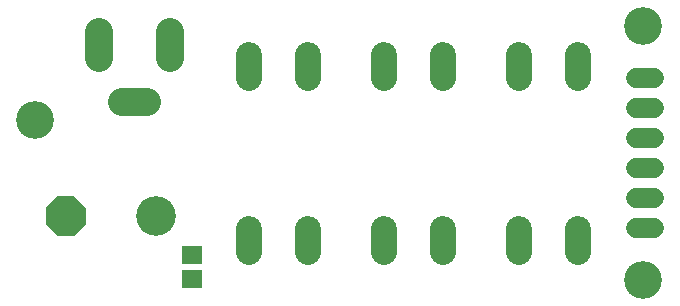
<source format=gbr>
G04 EAGLE Gerber RS-274X export*
G75*
%MOMM*%
%FSLAX34Y34*%
%LPD*%
%INSoldermask Bottom*%
%IPPOS*%
%AMOC8*
5,1,8,0,0,1.08239X$1,22.5*%
G01*
%ADD10C,3.203200*%
%ADD11P,3.629037X8X202.500000*%
%ADD12C,3.352800*%
%ADD13R,1.803200X1.503200*%
%ADD14C,2.387600*%
%ADD15C,2.184400*%
%ADD16C,1.727200*%


D10*
X25000Y165100D03*
X540000Y245000D03*
X540000Y30000D03*
D11*
X50800Y83820D03*
D12*
X127000Y83820D03*
D13*
X157480Y50640D03*
X157480Y30640D03*
D14*
X120142Y180600D02*
X98298Y180600D01*
X79220Y217678D02*
X79220Y239522D01*
X139220Y239522D02*
X139220Y217678D01*
D15*
X256286Y73406D02*
X256286Y53594D01*
X206248Y53594D02*
X206248Y73406D01*
X370586Y73406D02*
X370586Y53594D01*
X320548Y53594D02*
X320548Y73406D01*
X484886Y73406D02*
X484886Y53594D01*
X434848Y53594D02*
X434848Y73406D01*
X205994Y200914D02*
X205994Y220726D01*
X256032Y220726D02*
X256032Y200914D01*
X320294Y200914D02*
X320294Y220726D01*
X370332Y220726D02*
X370332Y200914D01*
X434594Y200914D02*
X434594Y220726D01*
X484632Y220726D02*
X484632Y200914D01*
D16*
X533400Y73660D02*
X548640Y73660D01*
X548640Y99060D02*
X533400Y99060D01*
X533400Y124460D02*
X548640Y124460D01*
X548640Y149860D02*
X533400Y149860D01*
X533400Y175260D02*
X548640Y175260D01*
X548640Y200660D02*
X533400Y200660D01*
M02*

</source>
